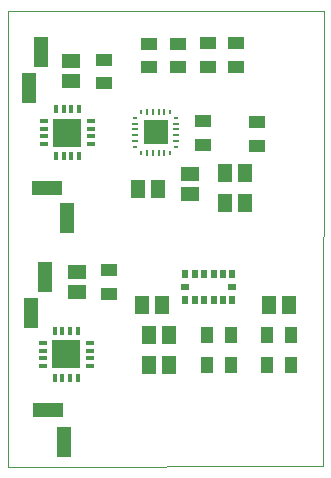
<source format=gtp>
G75*
%MOIN*%
%OFA0B0*%
%FSLAX25Y25*%
%IPPOS*%
%LPD*%
%AMOC8*
5,1,8,0,0,1.08239X$1,22.5*
%
%ADD10C,0.00000*%
%ADD11R,0.05118X0.05906*%
%ADD12R,0.03150X0.01969*%
%ADD13R,0.01969X0.03150*%
%ADD14R,0.04331X0.05512*%
%ADD15R,0.09252X0.09252*%
%ADD16R,0.02953X0.01181*%
%ADD17R,0.01181X0.02953*%
%ADD18R,0.05512X0.04331*%
%ADD19R,0.05906X0.05118*%
%ADD20R,0.05000X0.10000*%
%ADD21R,0.10000X0.05000*%
%ADD22R,0.01772X0.00984*%
%ADD23R,0.01969X0.00984*%
%ADD24R,0.00984X0.01772*%
%ADD25R,0.00984X0.01969*%
%ADD26R,0.08268X0.08268*%
D10*
X0020728Y0001000D02*
X0020675Y0152867D01*
X0125931Y0152769D01*
X0125743Y0001103D01*
X0020728Y0001000D01*
D11*
X0065335Y0054908D03*
X0072027Y0054908D03*
X0074307Y0044989D03*
X0067614Y0044989D03*
X0067614Y0034989D03*
X0074307Y0034989D03*
X0107614Y0054989D03*
X0114307Y0054989D03*
X0099602Y0089004D03*
X0092909Y0089004D03*
X0092919Y0098953D03*
X0099612Y0098953D03*
X0070724Y0093529D03*
X0064031Y0093529D03*
D12*
X0079781Y0060799D03*
X0095529Y0060799D03*
D13*
X0095529Y0065130D03*
X0092380Y0065130D03*
X0089230Y0065130D03*
X0086080Y0065130D03*
X0082931Y0065130D03*
X0079781Y0065130D03*
X0079781Y0056468D03*
X0082931Y0056468D03*
X0086080Y0056468D03*
X0089230Y0056468D03*
X0092380Y0056468D03*
X0095529Y0056468D03*
D14*
X0094897Y0044989D03*
X0087023Y0044989D03*
X0087023Y0034989D03*
X0094897Y0034989D03*
X0107023Y0034989D03*
X0114897Y0034989D03*
X0114897Y0044989D03*
X0107023Y0044989D03*
D15*
X0040116Y0038399D03*
X0040507Y0112353D03*
D16*
X0032633Y0113632D03*
X0032633Y0116191D03*
X0032633Y0111073D03*
X0032633Y0108514D03*
X0048381Y0108514D03*
X0048381Y0111073D03*
X0048381Y0113632D03*
X0048381Y0116191D03*
X0047990Y0042238D03*
X0047990Y0039678D03*
X0047990Y0037119D03*
X0047990Y0034560D03*
X0032242Y0034560D03*
X0032242Y0037119D03*
X0032242Y0039678D03*
X0032242Y0042238D03*
D17*
X0036277Y0046273D03*
X0038836Y0046273D03*
X0041396Y0046273D03*
X0043955Y0046273D03*
X0043955Y0030525D03*
X0041396Y0030525D03*
X0038836Y0030525D03*
X0036277Y0030525D03*
X0036668Y0104479D03*
X0039227Y0104479D03*
X0041786Y0104479D03*
X0044345Y0104479D03*
X0044345Y0120227D03*
X0041786Y0120227D03*
X0039227Y0120227D03*
X0036668Y0120227D03*
D18*
X0052583Y0128710D03*
X0052583Y0136584D03*
X0067853Y0134129D03*
X0067853Y0142003D03*
X0077537Y0141992D03*
X0077537Y0134118D03*
X0087254Y0134200D03*
X0087254Y0142074D03*
X0096847Y0142047D03*
X0096847Y0134173D03*
X0103589Y0115783D03*
X0103589Y0107909D03*
X0085638Y0108257D03*
X0085638Y0116131D03*
X0054310Y0066558D03*
X0054310Y0058684D03*
D19*
X0043849Y0059250D03*
X0043849Y0065943D03*
X0081528Y0091781D03*
X0081528Y0098474D03*
X0041805Y0129623D03*
X0041805Y0136316D03*
D20*
X0031753Y0139185D03*
X0027554Y0127327D03*
X0040261Y0083818D03*
X0033154Y0064268D03*
X0028276Y0052355D03*
X0039484Y0009269D03*
D21*
X0033934Y0019728D03*
X0033709Y0093720D03*
D22*
X0063027Y0107479D03*
X0063027Y0117321D03*
X0076806Y0117321D03*
X0076806Y0107479D03*
D23*
X0076708Y0109447D03*
X0076708Y0111416D03*
X0076708Y0113384D03*
X0076708Y0115353D03*
X0063125Y0115353D03*
X0063125Y0113384D03*
X0063125Y0111416D03*
X0063125Y0109447D03*
D24*
X0064995Y0105510D03*
X0074838Y0105510D03*
X0074838Y0119290D03*
X0064995Y0119290D03*
D25*
X0066964Y0119191D03*
X0068932Y0119191D03*
X0070901Y0119191D03*
X0072869Y0119191D03*
X0072869Y0105609D03*
X0070901Y0105609D03*
X0068932Y0105609D03*
X0066964Y0105609D03*
D26*
X0069917Y0112400D03*
M02*

</source>
